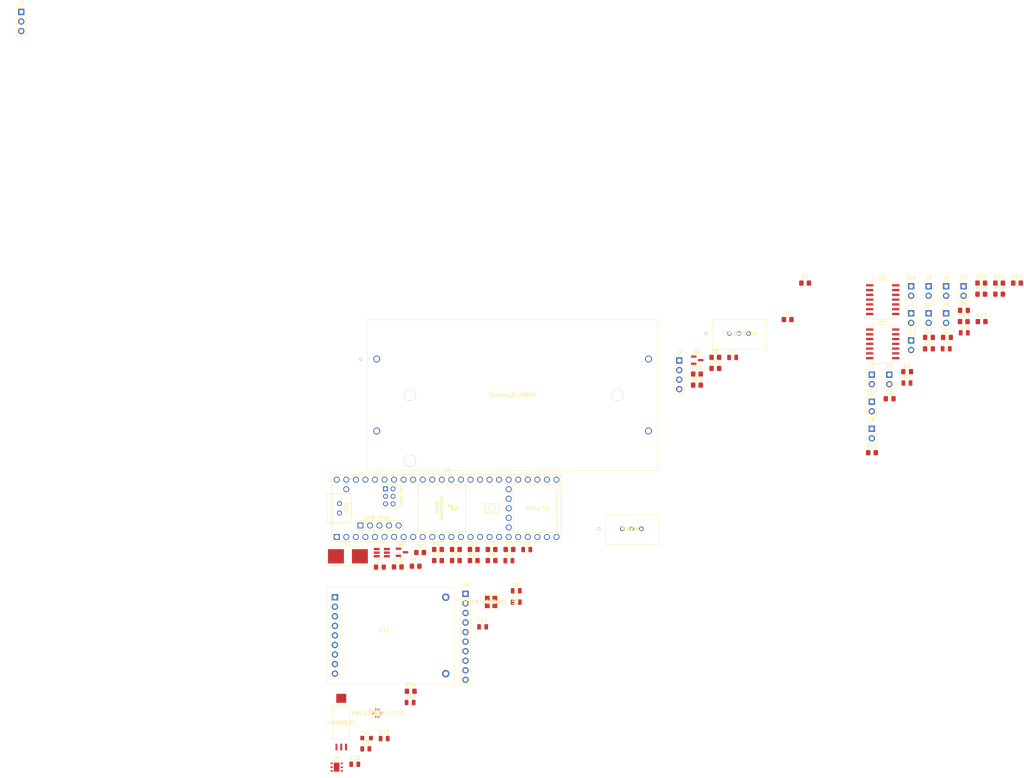
<source format=kicad_pcb>
(kicad_pcb (version 20211014) (generator pcbnew)
  (layers (0 "F.Cu" signal) (31 "B.Cu" signal) (34 "B.Paste" user) (35 "F.Paste" user) (36 "B.SilkS" user "B.Silkscreen") (37 "F.SilkS" user "F.Silkscreen") (38 "B.Mask" user) (39 "F.Mask" user) (44 "Edge.Cuts" user))
  (property "Res_I2C" "2k2")
  (property "Res_Mes-5V" "10k")
  (net 0 "")
  (net 1 "GND")
  (net 8 "Buzzer")
  (net 9 "TX_LORA")
  (net 10 "RX_LORA")
  (net 11 "LED3")
  (net 12 "AUX_LORA")
  (net 13 "M1_LORA")
  (net 14 "M0_LORA")
  (net 15 "+3V3")
  (net 16 "SCL2")
  (net 17 "SDA2")
  (net 18 "Mes_-5V")
  (net 20 "TX_GPS")
  (net 21 "RX_GPS")
  (net 23 "AlimNeg")
  (net 24 "LED2")
  (net 31 "SigLED1")
  (net 32 "VbattTeensy")
  (net 33 "HMD")
  (net 35 "Photo_1")
  (net 36 "Photo_2")
  (net 37 "SCL")
  (net 38 "SDA")
  (net 39 "SDA1")
  (net 40 "SCL1")
  (net 41 "Photo_3")
  (net 42 "Photo_4")
  (net 43 "Photo_5")
  (net 44 "Photo_6")
  (net 45 "+5V")
  (net 60 "Net-(J7-Pad1)")
  (net 61 "Net-(U5-Pad13)")
  (net 62 "-5V")
  (net 63 "Net-(J14-Pad1)")
  (net 64 "Net-(J8-Pad1)")
  (net 65 "Net-(J13-Pad1)")
  (net 66 "Net-(J10-Pad1)")
  (net 67 "GNDA")
  (net 68 "Vin")
  (net 69 "Vbatt")
  (net 70 "Net-(J1-PadNO)")
  (net 71 "Net-(D1-Pad2)")
  (net 72 "LED1")
  (net 73 "Net-(Q2-Pad3)")
  (net 74 "Net-(J9-Pad1)")
  (net 75 "Net-(C1-Pad2)")
  (net 76 "Net-(C1-Pad1)")
  (net 77 "Net-(BZ1-Pad2)")
  (net 78 "Net-(C12-Pad1)")
  (net 79 "Net-(F1-Pad1)")
  (net 80 "Net-(D2-Pad1)")
  (net 81 "Net-(D2-Pad2)")
  (net 82 "Net-(D3-Pad1)")
  (net 83 "Net-(D3-Pad2)")
  (net 84 "Net-(D4-Pad1)")
  (net 85 "Net-(D4-Pad2)")
  (net 86 "Net-(D5-Pad1)")
  (net 87 "Net-(D5-Pad2)")
  (net 88 "Net-(D6-Pad1)")
  (net 89 "Net-(D6-Pad2)")
  (net 90 "Net-(D7-Pad1)")
  (net 91 "Net-(D7-Pad2)")
  (net 92 "INT")
  (net 95 "Net-(C10-Pad1)")
  (net 99 "EN_GPS")
  (net 103 "Net-(U1-Pad2)")
  (net 106 "DRDY")
  (footprint "Capacitor_SMD:C_0805_2012Metric" (layer "F.Cu") (at 351.285 262.565)
    (fp_text reference "C11" (at 0 -1.68) (layer "F.SilkS"))
    (fp_text value "100nF")
    (pad "1" smd roundrect locked (at -0.95 0) (size 1 1.45) (layers "F.Cu" "F.Paste" "F.Mask") (net 15 "+3V3"))
    (pad "2" smd roundrect locked (at 0.95 0) (size 1 1.45) (layers "F.Cu" "F.Paste" "F.Mask") (net 67 "GNDA"))
  )
  (footprint "Resistor_SMD:R_0805_2012Metric_Pad1.20x1.40mm_HandSolder" (layer "F.Cu") (at 483.975 181.395)
    (fp_text reference "R27" (at 0 -1.65) (layer "F.SilkS"))
    (fp_text value "${Res_Mes-5V}")
    (pad "1" smd roundrect locked (at -1 0) (size 1.2 1.4) (layers "F.Cu" "F.Paste" "F.Mask") (roundrect_rratio 0.208333) (net 18 "Mes_-5V"))
    (pad "2" smd roundrect locked (at 1 0) (size 1.2 1.4) (layers "F.Cu" "F.Paste" "F.Mask") (roundrect_rratio 0.208333) (net 61 "Net-(U5-Pad13)"))
  )
  (footprint "Capacitor_SMD:C_0805_2012Metric" (layer "F.Cu") (at 332.005 282.675)
    (fp_text reference "C13" (at 0 -1.68) (layer "F.SilkS"))
    (fp_text value "100nF")
    (pad "1" smd roundrect locked (at -0.95 0) (size 1 1.45) (layers "F.Cu" "F.Paste" "F.Mask") (net 15 "+3V3"))
    (pad "2" smd roundrect locked (at 0.95 0) (size 1 1.45) (layers "F.Cu" "F.Paste" "F.Mask") (net 1 "GND"))
  )
  (footprint "Capacitor_SMD:C_0805_2012Metric" (layer "F.Cu") (at 360.225 255.985)
    (fp_text reference "C7" (at 0 -1.68) (layer "F.SilkS"))
    (fp_text value "100nF")
    (pad "1" smd roundrect locked (at -0.95 0) (size 1 1.45) (layers "F.Cu" "F.Paste" "F.Mask") (net 15 "+3V3"))
    (pad "2" smd roundrect locked (at 0.95 0) (size 1 1.45) (layers "F.Cu" "F.Paste" "F.Mask") (net 1 "GND"))
  )
  (footprint "Resistor_SMD:R_0805_2012Metric_Pad1.20x1.40mm_HandSolder" (layer "F.Cu") (at 328.715 246.635)
    (fp_text reference "R15" (at 0 -1.65) (layer "F.SilkS"))
    (fp_text value "4k7")
    (pad "1" smd roundrect locked (at -1 0) (size 1.2 1.4) (layers "F.Cu" "F.Paste" "F.Mask") (roundrect_rratio 0.208333) (net 45 "+5V"))
    (pad "2" smd roundrect locked (at 1 0) (size 1.2 1.4) (layers "F.Cu" "F.Paste" "F.Mask") (roundrect_rratio 0.208333) (net 12 "AUX_LORA"))
  )
  (footprint "Resistor_SMD:R_0805_2012Metric_Pad1.20x1.40mm_HandSolder" (layer "F.Cu") (at 408.275 198.295)
    (fp_text reference "R13" (at 0 -1.65) (layer "F.SilkS"))
    (fp_text value "330")
    (pad "1" smd roundrect locked (at -1 0) (size 1.2 1.4) (layers "F.Cu" "F.Paste" "F.Mask") (roundrect_rratio 0.208333) (net 45 "+5V"))
    (pad "2" smd roundrect locked (at 1 0) (size 1.2 1.4) (layers "F.Cu" "F.Paste" "F.Mask") (roundrect_rratio 0.208333) (net 71 "Net-(D1-Pad2)"))
  )
  (footprint "Resistor_SMD:R_0805_2012Metric_Pad1.20x1.40mm_HandSolder" (layer "F.Cu") (at 358.415 241.985)
    (fp_text reference "R6" (at 0 -1.65) (layer "F.SilkS"))
    (fp_text value "220k")
    (pad "1" smd roundrect locked (at -1 0) (size 1.2 1.4) (layers "F.Cu" "F.Paste" "F.Mask") (roundrect_rratio 0.208333) (net 68 "Vin"))
    (pad "2" smd roundrect locked (at 1 0) (size 1.2 1.4) (layers "F.Cu" "F.Paste" "F.Mask") (roundrect_rratio 0.208333) (net 69 "Vbatt"))
  )
  (footprint "Capacitor_SMD:C_0805_2012Metric" (layer "F.Cu") (at 479.355 184.375)
    (fp_text reference "C6" (at 0 -1.68) (layer "F.SilkS"))
    (fp_text value "100nF")
    (pad "1" smd roundrect locked (at -0.95 0) (size 1 1.45) (layers "F.Cu" "F.Paste" "F.Mask") (net 45 "+5V"))
    (pad "2" smd roundrect locked (at 0.95 0) (size 1 1.45) (layers "F.Cu" "F.Paste" "F.Mask") (net 62 "-5V"))
  )
  (footprint "Connector_PinHeader_2.54mm:PinHeader_1x04_P2.54mm_Vertical" (layer "F.Cu") (at 403.575 191.745)
    (fp_text reference "J2" (at 0 -2.33) (layer "F.SilkS"))
    (fp_text value "Conn_01x04_Male")
    (pad "1" thru_hole rect locked (at 0 0) (size 1.7 1.7) (drill 1) (layers *.Cu *.Mask) (net 72 "LED1"))
    (pad "2" thru_hole oval locked (at 0 2.54) (size 1.7 1.7) (drill 1) (layers *.Cu *.Mask) (net 24 "LED2"))
    (pad "3" thru_hole oval locked (at 0 5.08) (size 1.7 1.7) (drill 1) (layers *.Cu *.Mask) (net 11 "LED3"))
    (pad "4" thru_hole oval locked (at 0 7.62) (size 1.7 1.7) (drill 1) (layers *.Cu *.Mask) (net 15 "+3V3"))
  )
  (footprint "CanSat:BM1422AGMV-ZE2" (layer "F.Cu") (at 323.2517 285.5017)
    (fp_text reference "U7" (at 0 0) (layer "F.SilkS"))
    (fp_text value "BM1422AGMV-ZE2" (at 0 0) (layer "F.SilkS"))
    (fp_text user "*" (at -1.9431 -0.4572) (layer "F.SilkS"))
    (fp_text user "*" (at -1.9431 -0.4572) (layer "F.SilkS"))
    (pad "1" smd rect (at -0.9906 -0.2286 90) (size 0.1778 0.635) (layers "F.Cu" "F.Paste" "F.Mask") (net 15 "+3V3"))
    (pad "2" smd rect (at -0.9906 0.2286 90) (size 0.1778 0.635) (layers "F.Cu" "F.Paste" "F.Mask") (net 1 "GND"))
    (pad "3" smd rect (at -0.4572 0.9906) (size 0.1778 0.635) (layers "F.Cu" "F.Paste" "F.Mask") (net 95 "Net-(C10-Pad1)"))
    (pad "4" smd rect (at 0 0.9906) (size 0.1778 0.635) (layers "F.Cu" "F.Paste" "F.Mask"))
    (pad "5" smd rect (at 0.4572 0.9906) (size 0.1778 0.635) (layers "F.Cu" "F.Paste" "F.Mask") (net 39 "SDA1"))
    (pad "6" smd rect (at 0.9906 0.2286 90) (size 0.1778 0.635) (layers "F.Cu" "F.Paste" "F.Mask"))
    (pad "7" smd rect (at 0.9906 -0.2286 90) (size 0.1778 0.635) (layers "F.Cu" "F.Paste" "F.Mask") (net 40 "SCL1"))
    (pad "8" smd rect (at 0.4572 -0.9906) (size 0.1778 0.635) (layers "F.Cu" "F.Paste" "F.Mask") (net 106 "DRDY"))
    (pad "9" smd rect (at 0 -0.9906) (size 0.1778 0.635) (layers "F.Cu" "F.Paste" "F.Mask") (net 15 "+3V3"))
    (pad "10" smd rect (at -0.4572 -0.9906) (size 0.1778 0.635) (layers "F.Cu" "F.Paste" "F.Mask") (net 15 "+3V3"))
  )
  (footprint "Resistor_SMD:R_0805_2012Metric_Pad1.20x1.40mm_HandSolder" (layer "F.Cu") (at 344.165 244.935)
    (fp_text reference "R10" (at 0 -1.65) (layer "F.SilkS"))
    (fp_text value "100k")
    (pad "1" smd roundrect locked (at -1 0) (size 1.2 1.4) (layers "F.Cu" "F.Paste" "F.Mask") (roundrect_rratio 0.208333) (net 70 "Net-(J1-PadNO)"))
    (pad "2" smd roundrect locked (at 1 0) (size 1.2 1.4) (layers "F.Cu" "F.Paste" "F.Mask") (roundrect_rratio 0.208333) (net 67 "GNDA"))
  )
  (footprint "Capacitor_SMD:C_0805_2012Metric" (layer "F.Cu") (at 417.765 190.925)
    (fp_text reference "C1" (at 0 -1.68) (layer "F.SilkS"))
    (fp_text value "1uF")
    (pad "1" smd roundrect locked (at -0.95 0) (size 1 1.45) (layers "F.Cu" "F.Paste" "F.Mask") (net 76 "Net-(C1-Pad1)"))
    (pad "2" smd roundrect locked (at 0.95 0) (size 1 1.45) (layers "F.Cu" "F.Paste" "F.Mask") (net 75 "Net-(C1-Pad2)"))
  )
  (footprint "Capacitor_SMD:C_0805_2012Metric" (layer "F.Cu") (at 358.265 244.965)
    (fp_text reference "C3" (at 0 -1.68) (layer "F.SilkS"))
    (fp_text value "1uF")
    (pad "1" smd roundrect locked (at -0.95 0) (size 1 1.45) (layers "F.Cu" "F.Paste" "F.Mask") (net 62 "-5V"))
    (pad "2" smd roundrect locked (at 0.95 0) (size 1 1.45) (layers "F.Cu" "F.Paste" "F.Mask") (net 1 "GND"))
  )
  (footprint "Package_TO_SOT_SMD:SOT-23" (layer "F.Cu") (at 329.845 242.735)
    (fp_text reference "Q2" (at 0 -2.4) (layer "F.SilkS"))
    (fp_text value "Q_NMOS_GSD")
    (pad "1" smd roundrect locked (at -0.9375 -0.95) (size 1.475 0.6) (layers "F.Cu" "F.Paste" "F.Mask") (net 31 "SigLED1"))
    (pad "2" smd roundrect locked (at -0.9375 0.95) (size 1.475 0.6) (layers "F.Cu" "F.Paste" "F.Mask") (net 1 "GND"))
    (pad "3" smd roundrect locked (at 0.9375 0) (size 1.475 0.6) (layers "F.Cu" "F.Paste" "F.Mask") (net 73 "Net-(Q2-Pad3)"))
  )
  (footprint "Resistor_SMD:R_0805_2012Metric_Pad1.20x1.40mm_HandSolder" (layer "F.Cu") (at 488.625 174.105)
    (fp_text reference "R18" (at 0 -1.65) (layer "F.SilkS"))
    (fp_text value "28k")
    (pad "1" smd roundrect locked (at -1 0) (size 1.2 1.4) (layers "F.Cu" "F.Paste" "F.Mask") (roundrect_rratio 0.208333) (net 60 "Net-(J7-Pad1)"))
    (pad "2" smd roundrect locked (at 1 0) (size 1.2 1.4) (layers "F.Cu" "F.Paste" "F.Mask") (roundrect_rratio 0.208333) (net 35 "Photo_1"))
  )
  (footprint "CanSat:GPS_MTK3339" (layer "F.Cu") (at 325.1192 264.847)
    (fp_text reference "U11" (at 0 -1.3476 unlocked) (layer "F.SilkS"))
    (fp_text value "GPS_MTK3339")
    (pad "" np_thru_hole circle (at 16.36 10.16) (size 2 2) (drill 1.14) (layers F&B.Cu *.Mask))
    (pad "" np_thru_hole circle (at 16.36 -10.16) (size 2 2) (drill 1.14) (layers F&B.Cu *.Mask))
    (pad "1" thru_hole rect (at -13.1064 -10.16) (size 1.7 1.7) (drill 1) (layers *.Cu *.Mask))
    (pad "2" thru_hole oval (at -13.1064 -7.62) (size 1.7 1.7) (drill 1) (layers *.Cu *.Mask) (net 99 "EN_GPS"))
    (pad "3" thru_hole oval (at -13.1064 -5.08) (size 1.7 1.7) (drill 1) (layers *.Cu *.Mask))
    (pad "4" thru_hole oval (at -13.1064 -2.54) (size 1.7 1.7) (drill 1) (layers *.Cu *.Mask))
    (pad "5" thru_hole oval (at -13.1064 0) (size 1.7 1.7) (drill 1) (layers *.Cu *.Mask) (net 21 "RX_GPS"))
    (pad "6" thru_hole oval (at -13.1064 2.54) (size 1.7 1.7) (drill 1) (layers *.Cu *.Mask) (net 20 "TX_GPS"))
    (pad "7" thru_hole oval (at -13.1064 5.08) (size 1.7 1.7) (drill 1) (layers *.Cu *.Mask) (net 67 "GNDA"))
    (pad "8" thru_hole oval (at -13.1064 7.62) (size 1.7 1.7) (drill 1) (layers *.Cu *.Mask) (net 78 "Net-(C12-Pad1)"))
    (pad "9" thru_hole oval (at -13.1064 10.16) (size 1.7 1.7) (drill 1) (layers *.Cu *.Mask))
  )
  (footprint "Capacitor_SMD:C_0805_2012Metric" (layer "F.Cu") (at 360.225 252.975)
    (fp_text reference "C8" (at 0 -1.68) (layer "F.SilkS"))
    (fp_text value "1uF")
    (pad "1" smd roundrect locked (at -0.95 0) (size 1 1.45) (layers "F.Cu" "F.Paste" "F.Mask") (net 15 "+3V3"))
    (pad "2" smd roundrect locked (at 0.95 0) (size 1 1.45) (layers "F.Cu" "F.Paste" "F.Mask") (net 1 "GND"))
  )
  (footprint "Resistor_SMD:R_0805_2012Metric_Pad1.20x1.40mm_HandSolder" (layer "F.Cu") (at 432.405 180.855)
    (fp_text reference "R5" (at 0 -1.65) (layer "F.SilkS"))
    (fp_text value "${Res_I2C}")
    (pad "1" smd roundrect locked (at -1 0) (size 1.2 1.4) (layers "F.Cu" "F.Paste" "F.Mask") (roundrect_rratio 0.208333) (net 15 "+3V3"))
    (pad "2" smd roundrect locked (at 1 0) (size 1.2 1.4) (layers "F.Cu" "F.Paste" "F.Mask") (roundrect_rratio 0.208333) (net 40 "SCL1"))
  )
  (footprint "Resistor_SMD:R_0805_2012Metric_Pad1.20x1.40mm_HandSolder" (layer "F.Cu") (at 353.665 244.935)
    (fp_text reference "R9" (at 0 -1.65) (layer "F.SilkS"))
    (fp_text value "${Res_I2C}")
    (pad "1" smd roundrect locked (at -1 0) (size 1.2 1.4) (layers "F.Cu" "F.Paste" "F.Mask") (roundrect_rratio 0.208333) (net 15 "+3V3"))
    (pad "2" smd roundrect locked (at 1 0) (size 1.2 1.4) (layers "F.Cu" "F.Paste" "F.Mask") (roundrect_rratio 0.208333) (net 37 "SCL"))
  )
  (footprint "Connector_PinHeader_2.54mm:PinHeader_1x02_P2.54mm_Vertical" (layer "F.Cu") (at 454.775 195.505)
    (fp_text reference "J7" (at 0 -2.33) (layer "F.SilkS"))
    (fp_text value "Conn_01x02_Male")
    (pad "1" thru_hole rect locked (at 0 0) (size 1.7 1.7) (drill 1) (layers *.Cu *.Mask) (net 60 "Net-(J7-Pad1)"))
    (pad "2" thru_hole oval locked (at 0 2.54) (size 1.7 1.7) (drill 1) (layers *.Cu *.Mask) (net 62 "-5V"))
  )
  (footprint "Diode_SMD:D_0805_2012Metric_Pad1.15x1.40mm_HandSolder" (layer "F.Cu") (at 469.97 188.64)
    (fp_text reference "D3" (at 0 -1.65) (layer "F.SilkS"))
    (fp_text value "154080")
    (pad "1" smd roundrect locked (at -1.025 0) (size 1.15 1.4) (layers "F.Cu" "F.Paste" "F.Mask") (roundrect_rratio 0.217391) (net 82 "Net-(D3-Pad1)"))
    (pad "2" smd roundrect locked (at 1.025 0) (size 1.15 1.4) (layers "F.Cu" "F.Paste" "F.Mask") (roundrect_rratio 0.217391) (net 83 "Net-(D3-Pad2)"))
  )
  (footprint "Resistor_SMD:R_0805_2012Metric_Pad1.20x1.40mm_HandSolder" (layer "F.Cu") (at 339.415 244.935)
    (fp_text reference "R12" (at 0 -1.65) (layer "F.SilkS"))
    (fp_text value "1M")
    (pad "1" smd roundrect locked (at -1 0) (size 1.2 1.4) (layers "F.Cu" "F.Paste" "F.Mask") (roundrect_rratio 0.208333) (net 15 "+3V3"))
    (pad "2" smd roundrect locked (at 1 0) (size 1.2 1.4) (layers "F.Cu" "F.Paste" "F.Mask") (roundrect_rratio 0.208333) (net 31 "SigLED1"))
  )
  (footprint "CanSat:MS583702BA01-50" (layer "F.Cu") (at 353.531 255.941)
    (fp_text reference "U6" (at 0 0) (layer "F.SilkS"))
    (fp_text value "MS583702BA01-50" (at 0 0) (layer "F.SilkS"))
    (fp_text user "*" (at 0 0) (layer "F.SilkS"))
    (pad "1" smd rect (at -1.000001 -1.000001) (size 1.2954 1.2954) (layers "F.Cu" "F.Paste" "F.Mask") (net 15 "+3V3"))
    (pad "2" smd rect (at -1.000001 1.000001) (size 1.2954 1.2954) (layers "F.Cu" "F.Paste" "F.Mask") (net 1 "GND"))
    (pad "3" smd rect (at 1.000001 1.000001) (size 1.2954 1.2954) (layers "F.Cu" "F.Paste" "F.Mask") (net 16 "SCL2"))
    (pad "4" smd rect (at 1.000001 -1.000001) (size 1.2954 1.2954) (layers "F.Cu" "F.Paste" "F.Mask") (net 17 "SDA2"))
  )
  (footprint "Connector_PinHeader_2.54mm:PinHeader_1x02_P2.54mm_Vertical" (layer "F.Cu") (at 465.225 186.405)
    (fp_text reference "J13" (at 0 -2.33) (layer "F.SilkS"))
    (fp_text value "Conn_01x02_Male")
    (pad "1" thru_hole rect locked (at 0 0) (size 1.7 1.7) (drill 1) (layers *.Cu *.Mask) (net 65 "Net-(J13-Pad1)"))
    (pad "2" thru_hole oval locked (at 0 2.54) (size 1.7 1.7) (drill 1) (layers *.Cu *.Mask) (net 62 "-5V"))
  )
  (footprint "Inductor_SMD:L_0805_2012Metric_Pad1.05x1.20mm_HandSolder" (layer "F.Cu") (at 320.435 292.135)
    (fp_text reference "L1" (at 0 -1.55) (layer "F.SilkS"))
    (fp_text value "20uH")
    (pad "1" smd roundrect locked (at -1.15 0) (size 1.05 1.2) (layers "F.Cu" "F.Paste" "F.Mask") (roundrect_rratio 0.238095) (net 78 "Net-(C12-Pad1)"))
    (pad "2" smd roundrect locked (at 1.15 0) (size 1.05 1.2) (layers "F.Cu" "F.Paste" "F.Mask") (roundrect_rratio 0.238095) (net 15 "+3V3"))
  )
  (footprint "Resistor_SMD:R_0805_2012Metric_Pad1.20x1.40mm_HandSolder" (layer "F.Cu") (at 333.465 246.435)
    (fp_text reference "R11" (at 0 -1.65) (layer "F.SilkS"))
    (fp_text value "1M")
    (pad "1" smd roundrect locked (at -1 0) (size 1.2 1.4) (layers "F.Cu" "F.Paste" "F.Mask") (roundrect_rratio 0.208333) (net 15 "+3V3"))
    (pad "2" smd roundrect locked (at 1 0) (size 1.2 1.4) (layers "F.Cu" "F.Paste" "F.Mask") (roundrect_rratio 0.208333) (net 8 "Buzzer"))
  )
  (footprint "Diode_SMD:D_0805_2012Metric_Pad1.15x1.40mm_HandSolder" (layer "F.Cu") (at 459.52 201.9)
    (fp_text reference "D6" (at 0 -1.65) (layer "F.SilkS"))
    (fp_text value "154080")
    (pad "1" smd roundrect locked (at -1.025 0) (size 1.15 1.4) (layers "F.Cu" "F.Paste" "F.Mask") (roundrect_rratio 0.217391) (net 88 "Net-(D6-Pad1)"))
    (pad "2" smd roundrect locked (at 1.025 0) (size 1.15 1.4) (layers "F.Cu" "F.Paste" "F.Mask") (roundrect_rratio 0.217391) (net 89 "Net-(D6-Pad2)"))
  )
  (footprint "Package_SO:SO-14_5.3x10.2mm_P1.27mm" (layer "F.Cu") (at 457.675 175.555)
    (fp_text reference "U5" (at 0 -6.05) (layer "F.SilkS"))
    (fp_text value "TLV2374")
    (pad "1" smd roundrect locked (at -3.4625 -3.81) (size 1.975 0.6) (layers "F.Cu" "F.Paste" "F.Mask") (net 36 "Photo_2"))
    (pad "2" smd roundrect locked (at -3.4625 -2.54) (size 1.975 0.6) (layers "F.Cu" "F.Paste" "F.Mask") (net 63 "Net-(J14-Pad1)"))
    (pad "3" smd roundrect locked (at -3.4625 -1.27) (size 1.975 0.6) (layers "F.Cu" "F.Paste" "F.Mask") (net 67 "GNDA"))
    (pad "4" smd roundrect locked (at -3.4625 0) (size 1.975 0.6) (layers "F.Cu" "F.Paste" "F.Mask") (net 45 "+5V"))
    (pad "5" smd roundrect locked (at -3.4625 1.27) (size 1.975 0.6) (layers "F.Cu" "F.Paste" "F.Mask") (net 67 "GNDA"))
    (pad "6" smd roundrect locked (at -3.4625 2.54) (size 1.975 0.6) (layers "F.Cu" "F.Paste" "F.Mask") (net 65 "Net-(J13-Pad1)"))
    (pad "7" smd roundrect locked (at -3.4625 3.81) (size 1.975 0.6) (layers "F.Cu" "F.Paste" "F.Mask") (net 42 "Photo_4"))
    (pad "8" smd roundrect locked (at 3.4625 3.81) (size 1.975 0.6) (layers "F.Cu" "F.Paste" "F.Mask") (net 32 "VbattTeensy"))
    (pad "9" smd roundrect locked (at 3.4625 2.54) (size 1.975 0.6) (layers "F.Cu" "F.Paste" "F.Mask") (net 32 "VbattTeensy"))
    (pad "10" smd roundrect locked (at 3.4625 1.27) (size 1.975 0.6) (layers "F.Cu" "F.Paste" "F.Mask") (net 69 "Vbatt"))
    (pad "11" smd roundrect locked (at 3.4625 0) (size 1.975 0.6) (layers "F.Cu" "F.Paste" "F.Mask") (net 62 "-5V"))
    (pad "12" smd roundrect locked (at 3.4625 -1.27) (size 1.975 0.6) (layers "F.Cu" "F.Paste" "F.Mask") (net 67 "GNDA"))
    (pad "13" smd roundrect locked (at 3.4625 -2.54) (size 1.975 0.6) (layers "F.Cu" "F.Paste" "F.Mask") (net 61 "Net-(U5-Pad13)"))
    (pad "14" smd roundrect locked (at 3.4625 -3.81) (size 1.975 0.6) (layers "F.Cu" "F.Paste" "F.Mask") (net 18 "Mes_-5V"))
  )
  (footprint "Teensy:Teensy41" (layer "F.Cu") (at 341.705 231.045)
    (fp_text reference "U3" (at 0 -10.16) (layer "F.SilkS"))
    (fp_text value "Teensy4.1")
    (fp_text user "USB Host" (at -18.4658 2.4892) (layer "F.SilkS"))
    (fp_text user "USB" (at -26.67 0 270) (layer "F.SilkS"))
    (fp_text user "MIMXRT1062" (at -1.27 0 -90) (layer "F.SilkS") (effects (font (size 0.7 0.7))))
    (fp_text user "Ethernet" (at -12.065 -3.2766 90) (layer "F.SilkS"))
    (fp_text user "DVJ6A" (at -2.54 -0.18 -90) (layer "F.SilkS") (effects (font (size 0.7 0.7))))
    (fp_text user "Micro SD" (at 24.13 0) (layer "F.SilkS"))
    (pad "1" thru_hole rect (at -29.21 7.62) (size 1.6 1.6) (drill 1.1) (layers *.Cu *.Mask) (net 1 "GND"))
    (pad "2" thru_hole circle (at -26.67 7.62) (size 1.6 1.6) (drill 1.1) (layers *.Cu *.Mask))
    (pad "3" thru_hole circle (at -24.13 7.62) (size 1.6 1.6) (drill 1.1) (layers *.Cu *.Mask))
    (pad "4" thru_hole circle (at -21.59 7.62) (size 1.6 1.6) (drill 1.1) (layers *.Cu *.Mask))
    (pad "5" thru_hole circle (at -19.05 7.62) (size 1.6 1.6) (drill 1.1) (layers *.Cu *.Mask))
    (pad "6" thru_hole circle (at -16.51 7.62) (size 1.6 1.6) (drill 1.1) (layers *.Cu *.Mask))
    (pad "7" thru_hole circle (at -13.97 7.62) (size 1.6 1.6) (drill 1.1) (layers *.Cu *.Mask))
    (pad "8" thru_hole circle (at -11.43 7.62) (size 1.6 1.6) (drill 1.1) (layers *.Cu *.Mask) (net 8 "Buzzer"))
    (pad "9" thru_hole circle (at -8.89 7.62) (size 1.6 1.6) (drill 1.1) (layers *.Cu *.Mask) (net 9 "TX_LORA"))
    (pad "10" thru_hole circle (at -6.35 7.62) (size 1.6 1.6) (drill 1.1) (layers *.Cu *.Mask) (net 10 "RX_LORA"))
    (pad "11" thru_hole circle (at -3.81 7.62) (size 1.6 1.6) (drill 1.1) (layers *.Cu *.Mask) (net 11 "LED3"))
    (pad "12" thru_hole circle (at -1.27 7.62) (size 1.6 1.6) (drill 1.1) (layers *.Cu *.Mask) (net 12 "AUX_LORA"))
    (pad "13" thru_hole circle (at 1.27 7.62) (size 1.6 1.6) (drill 1.1) (layers *.Cu *.Mask) (net 13 "M1_LORA"))
    (pad "14" thru_hole circle (at 3.81 7.62) (size 1.6 1.6) (drill 1.1) (layers *.Cu *.Mask) (net 14 "M0_LORA"))
    (pad "15" thru_hole circle (at 6.35 7.62) (size 1.6 1.6) (drill 1.1) (layers *.Cu *.Mask) (net 15 "+3V3"))
    (pad "16" thru_hole circle (at 8.89 7.62) (size 1.6 1.6) (drill 1.1) (layers *.Cu *.Mask) (net 16 "SCL2"))
    (pad "17" thru_hole circle (at 11.43 7.62) (size 1.6 1.6) (drill 1.1) (layers *.Cu *.Mask) (net 17 "SDA2"))
    (pad "18" thru_hole circle (at 13.97 7.62) (size 1.6 1.6) (drill 1.1) (layers *.Cu *.Mask) (net 18 "Mes_-5V"))
    (pad "19" thru_hole circle (at 16.51 7.62) (size 1.6 1.6) (drill 1.1) (layers *.Cu *.Mask))
    (pad "20" thru_hole circle (at 19.05 7.62) (size 1.6 1.6) (drill 1.1) (layers *.Cu *.Mask) (net 20 "TX_GPS"))
    (pad "21" thru_hole circle (at 21.59 7.62) (size 1.6 1.6) (drill 1.1) (layers *.Cu *.Mask) (net 21 "RX_GPS"))
    (pad "22" thru_hole circle (at 24.13 7.62) (size 1.6 1.6) (drill 1.1) (layers *.Cu *.Mask))
    (pad "23" thru_hole circle (at 26.67 7.62) (size 1.6 1.6) (drill 1.1) (layers *.Cu *.Mask) (net 23 "AlimNeg"))
    (pad "24" thru_hole circle (at 29.21 7.62) (size 1.6 1.6) (drill 1.1) (layers *.Cu *.Mask) (net 24 "LED2"))
    (pad "25" thru_hole circle (at 29.21 -7.62) (size 1.6 1.6) (drill 1.1) (layers *.Cu *.Mask))
    (pad "26" thru_hole circle (at 26.67 -7.62) (size 1.6 1.6) (drill 1.1) (layers *.Cu *.Mask))
    (pad "27" thru_hole circle (at 24.13 -7.62) (size 1.6 1.6) (drill 1.1) (layers *.Cu *.Mask))
    (pad "28" thru_hole circle (at 21.59 -7.62) (size 1.6 1.6) (drill 1.1) (layers *.Cu *.Mask))
    (pad "29" thru_hole circle (at 19.05 -7.62) (size 1.6 1.6) (drill 1.1) (layers *.Cu *.Mask))
    (pad "30" thru_hole circle (at 16.51 -7.62) (size 1.6 1.6) (drill 1.1) (layers *.Cu *.Mask))
    (pad "31" thru_hole circle (at 13.97 -7.62) (size 1.6 1.6) (drill 1.1) (layers *.Cu *.Mask) (net 31 "SigLED1"))
    (pad "32" thru_hole circle (at 11.43 -7.62) (size 1.6 1.6) (drill 1.1) (layers *.Cu *.Mask) (net 32 "VbattTeensy"))
    (pad "33" thru_hole circle (at 8.89 -7.62) (size 1.6 1.6) (drill 1.1) (layers *.Cu *.Mask) (net 33 "HMD"))
    (pad "34" thru_hole circle (at 6.35 -7.62) (size 1.6 1.6) (drill 1.1) (layers *.Cu *.Mask) (net 1 "GND"))
    (pad "35" thru_hole circle (at 3.81 -7.62) (size 1.6 1.6) (drill 1.1) (layers *.Cu *.Mask))
    (pad "36" thru_hole circle (at 1.27 -7.62) (size 1.6 1.6) (drill 1.1) (layers *.Cu *.Mask) (net 35 "Photo_1"))
    (pad "37" thru_hole circle (at -1.27 -7.62) (size 1.6 1.6) (drill 1.1) (layers *.Cu *.Mask) (net 36 "Photo_2"))
    (pad "38" thru_hole circle (at -3.81 -7.62) (size 1.6 1.6) (drill 1.1) (layers *.Cu *.Mask) (net 37 "SCL"))
    (pad "39" thru_hole circle (at -6.35 -7.62) (size 1.6 1.6) (drill 1.1) (layers *.Cu *.Mask) (net 38 "SDA"))
    (pad "40" thru_hole circle (at -8.89 -7.62) (size 1.6 1.6) (drill 1.1) (layers *.Cu *.Mask) (net 39 "SDA1"))
    (pad "41" thru_hole circle (at -11.43 -7.62) (size 1.6 1.6) (drill 1.1) (layers *.Cu *.Mask) (net 40 "SCL1"))
    (pad "42" thru_hole circle (at -13.97 -7.62) (size 1.6 1.6) (drill 1.1) (layers *.Cu *.Mask) (net 41 "Photo_3"))
    (pad "43" thru_hole circle (at -16.51 -7.62) (size 1.6 1.6) (drill 1.1) (layers *.Cu *.Mask) (net 42 "Photo_4"))
    (pad "44" thru_hole circle (at -19.05 -7.62) (size 1.6 1.6) (drill 1.1) (layers *.Cu *.Mask) (net 43 "Photo_5"))
    (pad "45" thru_hole circle (at -21.59 -7.62) (size 1.6 1.6) (drill 1.1) (layers *.Cu *.Mask) (net 44 "Photo_6"))
    (pad "46" thru_hole circle (at -24.13 -7.62) (size 1.6 1.6) (drill 1.1) (layers *.Cu *.Mask) (net 15 "+3V3"))
    (pad "47" thru_hole circle (at -26.67 -7.62) (size 1.6 1.6) (drill 1.1) (layers *.Cu *.Mask) (net 1 "GND"))
    (pad "48" thru_hole circle (at -29.21 -7.62) (size 1.6 1.6) (drill 1.1) (layers *.Cu *.Mask) (net 45 "+5V"))
    (pad "49" thru_hole circle (at -26.67 -5.08) (size 1.6 1.6) (drill 1.1) (layers *.Cu *.Mask))
    (pad "50" thru_hole circle (at 16.51 5.08) (size 1.6 1.6) (drill 1.1) (layers *.Cu *.Mask))
    (pad "51" thru_hole circle (at 16.51 2.54) (size 1.6 1.6) (drill 1.1) (layers *.Cu *.Mask) (net 15 "+3V3"))
    (pad "52" thru_hole circle (at 16.51 0) (size 1.6 1.6) (drill 1.1) (layers *.Cu *.Mask) (net 1 "GND"))
    (pad "53" thru_hole circle (at 16.51 -2.54) (size 1.6 1.6) (drill 1.1) (layers *.Cu *.Mask))
    (pad "54" thru_hole circle (at 16.51 -5.08) (size 1.6 1.6) (drill 1.1) (layers *.Cu *.Mask))
    (pad "55" thru_hole rect (at -22.9108 4.5692) (size 1.6 1.6) (drill 1.1) (layers *.Cu *.Mask))
    (pad "56" thru_hole circle (at -20.3708 4.5692) (size 1.6 1.6) (drill 1.1) (layers *.Cu *.Mask))
    (pad "57" thru_hole circle (at -17.8308 4.5692) (size 1.6 1.6) (drill 1.1) (layers *.Cu *.Mask))
    (pad "58" thru_hole circle (at -15.2908 4.5692) (size 1.6 1.6) (drill 1.1) (layers *.Cu *.Mask) (net 1 "GND"))
    (pad "59" thru_hole circle (at -12.7508 4.5692) (size 1.6 1.6) (drill 1.1) (layers *.Cu *.Mask) (net 1 "GND"))
    (pad "60" thru_hole rect (at -16.24 -5.1816) (size 1.3 1.3) (drill 0.8) (layers *.Cu *.Mask))
    (pad "61" thru_hole circle (at -16.24 -3.1816) (size 1.3 1.3) (drill 0.8) (layers *.Cu *.Mask))
    (pad "62" thru_hole circle (at -16.24 -1.1816) (size 1.3 1.3) (drill 0.8) (layers *.Cu *.Mask))
    (pad "63" thru_hole circle (at -14.24 -1.1816) (size 1.3 1.3) (drill 0.8) (layers *.Cu *.Mask))
    (pad "64" thru_hole circle (at -14.24 -3.1816) (size 1.3 1.3) (drill 0.8) (layers *.Cu *.Mask) (net 1 "GND"))
    (pad "65" thru_hole circle (at -14.24 -5.1816) (size 1.3 1.3) (drill 0.8) (layers *.Cu *.Mask))
    (pad "66" thru_hole circle (at -28.48 -1.27) (size 1.3 1.3) (drill 0.8) (layers *.Cu *.Mask))
    (pad "67" thru_hole circle (at -28.48 1.27) (size 1.3 1.3) (drill 0.8) (layers *.Cu *.Mask))
  )
  (footprint "Resistor_SMD:R_0805_2012Metric_Pad1.20x1.40mm_HandSolder" (layer "F.Cu") (at 483.875 171.155)
    (fp_text reference "R22" (at 0 -1.65) (layer "F.SilkS"))
    (fp_text value "28k")
    (pad "1" smd roundrect locked (at -1 0) (size 1.2 1.4) (layers "F.Cu" "F.Paste" "F.Mask") (roundrect_rratio 0.208333) (net 65 "Net-(J13-Pad1)"))
    (pad "2" smd roundrect locked (at 1 0) (size 1.2 1.4) (layers "F.Cu" "F.Paste" "F.Mask") (roundrect_rratio 0.208333) (net 42 "Photo_4"))
  )
  (footprint "Connector_PinHeader_2.54mm:PinHeader_1x02_P2.54mm_Vertical" (layer "F.Cu") (at 454.775 209.905)
    (fp_text reference "J8" (at 0 -2.33) (layer "F.SilkS"))
    (fp_text value "Conn_01x02_Male")
    (pad "1" thru_hole rect locked (at 0 0) (size 1.7 1.7) (drill 1) (layers *.Cu *.Mask) (net 64 "Net-(J8-Pad1)"))
    (pad "2" thru_hole oval locked (at 0 2.54) (size 1.7 1.7) (drill 1) (layers *.Cu *.Mask) (net 62 "-5V"))
  )
  (footprint "Connector_PinHeader_2.54mm:PinHeader_1x02_P2.54mm_Vertical" (layer "F.Cu") (at 469.875 172.005)
    (fp_text reference "J3" (at 0 -2.33) (layer "F.SilkS"))
    (fp_text value "Conn_01x02_Male")
    (pad "1" thru_hole rect locked (at 0 0) (size 1.7 1.7) (drill 1) (layers *.Cu *.Mask) (net 80 "Net-(D2-Pad1)"))
    (pad "2" thru_hole oval locked (at 0 2.54) (size 1.7 1.7) (drill 1) (layers *.Cu *.Mask) (net 81 "Net-(D2-Pad2)"))
  )
  (footprint "Resistor_SMD:R_0805_2012Metric_Pad1.20x1.40mm_HandSolder" (layer "F.Cu") (at 348.915 241.985)
    (fp_text reference "R4" (at 0 -1.65) (layer "F.SilkS"))
    (fp_text value "${Res_I2C}")
    (pad "1" smd roundrect locked (at -1 0) (size 1.2 1.4) (layers "F.Cu" "F.Paste" "F.Mask") (roundrect_rratio 0.208333) (net 15 "+3V3"))
    (pad "2" smd roundrect locked (at 1 0) (size 1.2 1.4) (layers "F.Cu" "F.Paste" "F.Mask") (roundrect_rratio 0.208333) (net 39 "SDA1"))
  )
  (footprint "Resistor_SMD:R_0805_2012Metric_Pad1.20x1.40mm_HandSolder" (layer "F.Cu") (at 348.915 244.935)
    (fp_text reference "R14" (at 0 -1.65) (layer "F.SilkS"))
    (fp_text value "R")
    (pad "1" smd roundrect locked (at -1 0) (size 1.2 1.4) (layers "F.Cu" "F.Paste" "F.Mask") (roundrect_rratio 0.208333) (net 72 "LED1"))
    (pad "2" smd roundrect locked (at 1 0) (size 1.2 1.4) (layers "F.Cu" "F.Paste" "F.Mask") (roundrect_rratio 0.208333) (net 73 "Net-(Q2-Pad3)"))
  )
  (footprint "Connector_PinHeader_2.54mm:PinHeader_1x10_P2.54mm_Vertical" (layer "F.Cu") (at 346.735 253.795)
    (fp_text reference "U8" (at 0 -2.33) (layer "F.SilkS"))
    (fp_text value "MPU-6050-SparkFun")
    (pad "1" thru_hole rect locked (at 0 0) (size 1.7 1.7) (drill 1) (layers *.Cu *.Mask) (net 15 "+3V3"))
    (pad "2" thru_hole oval locked (at 0 2.54) (size 1.7 1.7) (drill 1) (layers *.Cu *.Mask) (net 1 "GND"))
    (pad "3" thru_hole oval locked (at 0 5.08) (size 1.7 1.7) (drill 1) (layers *.Cu *.Mask) (net 92 "INT"))
    (pad "4" thru_hole oval locked (at 0 7.62) (size 1.7 1.7) (drill 1) (layers *.Cu *.Mask))
    (pad "5" thru_hole oval locked (at 0 10.16) (size 1.7 1.7) (drill 1) (layers *.Cu *.Mask) (net 37 "SCL"))
    (pad "6" thru_hole oval locked (at 0 12.7) (size 1.7 1.7) (drill 1) (layers *.Cu *.Mask) (net 38 "SDA"))
    (pad "7" thru_hole oval locked (at 0 15.24) (size 1.7 1.7) (drill 1) (layers *.Cu *.Mask) (net 15 "+3V3"))
    (pad "8" thru_hole oval locked (at 0 17.78) (size 1.7 1.7) (drill 1) (layers *.Cu *.Mask))
    (pad "9" thru_hole oval locked (at 0 20.32) (size 1.7 1.7) (drill 1) (layers *.Cu *.Mask) (net 40 "SCL1"))
    (pad "10" thru_hole oval locked (at 0 22.86) (size 1.7 1.7) (drill 1) (layers *.Cu *.Mask) (net 39 "SDA1"))
  )
  (footprint "Capacitor_SMD:C_0805_2012Metric" (layer "F.Cu") (at 320.215 295.015)
    (fp_text reference "C9" (at 0 -1.68) (layer "F.SilkS"))
    (fp_text value "100nF")
    (pad "1" smd roundrect locked (at -0.95 0) (size 1 1.45) (layers "F.Cu" "F.Paste" "F.Mask") (net 15 "+3V3"))
    (pad "2" smd roundrect locked (at 0.95 0) (size 1 1.45) (layers "F.Cu" "F.Paste" "F.Mask") (net 1 "GND"))
  )
  (footprint "Diode_SMD:D_0805_2012Metric_Pad1.15x1.40mm_HandSolder" (layer "F.Cu") (at 474.76 185.6)
    (fp_text reference "D7" (at 0 -1.65) (layer "F.SilkS"))
    (fp_text value "154080")
    (pad "1" smd roundrect locked (at -1.025 0) (size 1.15 1.4) (layers "F.Cu" "F.Paste" "F.Mask") (roundrect_rratio 0.217391) (net 90 "Net-(D7-Pad1)"))
    (pad "2" smd roundrect locked (at 1.025 0) (size 1.15 1.4) (layers "F.Cu" "F.Paste" "F.Mask") (roundrect_rratio 0.217391) (net 91 "Net-(D7-Pad2)"))
  )
  (footprint "Resistor_SMD:R_0805_2012Metric_Pad1.20x1.40mm_HandSolder" (layer "F.Cu") (at 454.825 216.255)
    (fp_text reference "R19" (at 0 -1.65) (layer "F.SilkS"))
    (fp_text value "28k")
    (pad "1" smd roundrect locked (at -1 0) (size 1.2 1.4) (layers "F.Cu" "F.Paste" "F.Mask") (roundrect_rratio 0.208333) (net 64 "Net-(J8-Pad1)"))
    (pad "2" smd roundrect locked (at 1 0) (size 1.2 1.4) (layers "F.Cu" "F.Paste" "F.Mask") (roundrect_rratio 0.208333) (net 41 "Photo_3"))
  )
  (footprint "Resistor_SMD:R_0805_2012Metric_Pad1.20x1.40mm_HandSolder" (layer "F.Cu") (at 488.625 171.155)
    (fp_text reference "R21" (at 0 -1.65) (layer "F.SilkS"))
    (fp_text value "28k")
    (pad "1" smd roundrect locked (at -1 0) (size 1.2 1.4) (layers "F.Cu" "F.Paste" "F.Mask") (roundrect_rratio 0.208333) (net 66 "Net-(J10-Pad1)"))
    (pad "2" smd roundrect locked (at 1 0) (size 1.2 1.4) (layers "F.Cu" "F.Paste" "F.Mask") (roundrect_rratio 0.208333) (net 44 "Photo_6"))
  )
  (footprint "Connector_PinHeader_2.54mm:PinHeader_1x02_P2.54mm_Vertical" (layer "F.Cu") (at 465.225 179.205)
    (fp_text reference "J4" (at 0 -2.33) (layer "F.SilkS"))
    (fp_text value "Conn_01x02_Male")
    (pad "1" thru_hole rect locked (at 0 0) (size 1.7 1.7) (drill 1) (layers *.Cu *.Mask) (net 82 "Net-(D3-Pad1)"))
    (pad "2" thru_hole oval locked (at 0 2.54) (size 1.7 1.7) (drill 1) (layers *.Cu *.Mask) (net 83 "Net-(D3-Pad2)"))
  )
  (footprint "Fuse:Fuseholder_Littelfuse_Nano2_154x" (layer "F.Cu") (at 315.465 243.805)
    (fp_text reference "F1" (at 0 -3.5 unlocked) (layer "F.SilkS"))
    (fp_text value "1A")
    (pad "1" smd rect locked (at -3.185 0) (size 4.24 3.81) (layers "F.Cu" "F.Paste" "F.Mask") (net 79 "Net-(F1-Pad1)"))
    (pad "2" smd rect locked (at 3.185 0) (size 4.24 3.81) (layers "F.Cu" "F.Paste" "F.Mask") (net 68 "Vin"))
  )
  (footprint "Connector_PinHeader_2.54mm:PinHeader_1x02_P2.54mm_Vertical" (layer "F.Cu") (at 469.875 179.205)
    (fp_text reference "J10" (at 0 -2.33) (layer "F.SilkS"))
    (fp_text value "Conn_01x02_Male")
    (pad "1" thru_hole rect locked (at 0 0) (size 1.7 1.7) (drill 1) (layers *.Cu *.Mask) (net 66 "Net-(J10-Pad1)"))
    (pad "2" thru_hole oval locked (at 0 2.54) (size 1.7 1.7) (drill 1) (layers *.Cu *.Mask) (net 62 "-5V"))
  )
  (footprint "Connector_PinHeader_2.54mm:PinHeader_1x02_P2.54mm_Vertical" (layer "F.Cu") (at 454.775 202.705)
    (fp_text reference "J11" (at 0 -2.33) (layer "F.SilkS"))
    (fp_text value "Conn_01x02_Male")
    (pad "1" thru_hole rect locked (at 0 0) (size 1.7 1.7) (drill 1) (layers *.Cu *.Mask) (net 88 "Net-(D6-Pad1)"))
    (pad "2" thru_hole oval locked (at 0 2.54) (size 1.7 1.7) (drill 1) (layers *.Cu *.Mask) (net 89 "Net-(D6-Pad2)"))
  )
  (footprint "Diode_SMD:D_0805_2012Metric_Pad1.15x1.40mm_HandSolder" (layer "F.Cu") (at 464.17 194.7)
    (fp_text reference "D4" (at 0 -1.65) (layer "F.SilkS"))
    (fp_text value "154080")
    (pad "1" smd roundrect locked (at -1.025 0) (size 1.15 1.4) (layers "F.Cu" "F.Paste" "F.Mask") (roundrect_rratio 0.217391) (net 84 "Net-(D4-Pad1)"))
    (pad "2" smd roundrect locked (at 1.025 0) (size 1.15 1.4) (layers "F.Cu" "F.Paste" "F.Mask") (roundrect_rratio 0.217391) (net 85 "Net-(D4-Pad2)"))
  )
  (footprint "Resistor_SMD:R_0805_2012Metric_Pad1.20x1.40mm_HandSolder" (layer "F.Cu") (at 408.275 195.345)
    (fp_text reference "R16" (at 0 -1.65) (layer "F.SilkS"))
    (fp_text value "4k7")
    (pad "1" smd roundrect locked (at -1 0) (size 1.2 1.4) (layers "F.Cu" "F.Paste" "F.Mask") (roundrect_rratio 0.208333) (net 45 "+5V"))
    (pad "2" smd roundrect locked (at 1 0) (size 1.2 1.4) (layers "F.Cu" "F.Paste" "F.Mask") (roundrect_rratio 0.208333) (net 10 "RX_LORA"))
  )
  (footprint "Connector_PinHeader_2.54mm:PinHeader_1x02_P2.54mm_Vertical" (layer "F.Cu") (at 474.525 172.005)
    (fp_text reference "J6" (at 0 -2.33) (layer "F.SilkS"))
    (fp_text value "Conn_01x02_Male")
    (pad "1" thru_hole rect locked (at 0 0) (size 1.7 1.7) (drill 1) (layers *.Cu *.Mask) (net 86 "Net-(D5-Pad1)"))
    (pad "2" thru_hole oval locked (at 0 2.54) (size 1.7 1.7) (drill 1) (layers *.Cu *.Mask) (net 87 "Net-(D5-Pad2)"))
  )
  (footprint "Resistor_SMD:R_0805_2012Metric_Pad1.20x1.40mm_HandSolder" (layer "F.Cu") (at 339.415 241.985)
    (fp_text reference "R17" (at 0 -1.65) (layer "F.SilkS"))
    (fp_text value "4k7")
    (pad "1" smd roundrect locked (at -1 0) (size 1.2 1.4) (layers "F.Cu" "F.Paste" "F.Mask") (roundrect_rratio 0.208333) (net 45 "+5V"))
    (pad "2" smd roundrect locked (at 1 0) (size 1.2 1.4) (layers "F.Cu" "F.Paste" "F.Mask") (roundrect_rratio 0.208333) (net 9 "TX_LORA"))
  )
  (footprint "Package_TO_SOT_SMD:SOT-23" (layer "F.Cu") (at 408.345 191.645)
    (fp_text reference "Q1" (at 0 -2.4) (layer "F.SilkS"))
    (fp_text value "Q_NMOS_GSD")
    (pad "1" smd roundrect locked (at -0.9375 -0.95) (size 1.475 0.6) (layers "F.Cu" "F.Paste" "F.Mask") (net 8 "Buzzer"))
    (pad "2" smd roundrect locked (at -0.9375 0.95) (size 1.475 0.6) (layers "F.Cu" "F.Paste" "F.Mask") (net 1 "GND"))
    (pad "3" smd roundrect locked (at 0.9375 0) (size 1.475 0.6) (layers "F.Cu" "F.Paste" "F.Mask") (net 77 "Net-(BZ1-Pad2)"))
  )
  (footprint "Resistor_SMD:R_0805_2012Metric_Pad1.20x1.40mm_HandSolder" (layer "F.Cu") (at 413.165 190.895)
    (fp_text reference "R8" (at 0 -1.65) (layer "F.SilkS"))
    (fp_text value "${Res_I2C}")
    (pad "1" smd roundrect locked (at -1 0) (size 1.2 1.4) (layers "F.Cu" "F.Paste" "F.Mask") (roundrect_rratio 0.208333) (net 15 "+3V3"))
    (pad "2" smd roundrect locked (at 1 0) (size 1.2 1.4) (layers "F.Cu" "F.Paste" "F.Mask") (roundrect_rratio 0.208333) (net 38 "SDA"))
  )
  (footprint "CanSat:TSR 2-2450" (layer "F.Cu") (at 416.913 184.581)
    (fp_text reference "RLA1" (at 2.667 0) (layer "F.SilkS"))
    (fp_text value "TSR_2-2450" (at 2.667 0) (layer "F.SilkS"))
    (fp_text user "*" (at 0 0) (layer "F.SilkS"))
    (pad "1" thru_hole circle (at 0 0) (size 1.2192 1.2192) (drill 0.7112) (layers *.Cu *.Mask) (net 70 "Net-(J1-PadNO)"))
    (pad "2" thru_hole circle (at 2.54 0) (size 1.2192 1.2192) (drill 0.7112) (layers *.Cu *.Mask) (net 67 "GNDA"))
    (pad "3" thru_hole circle (at 5.08 0) (size 1.2192 1.2192) (drill 0.7112) (layers *.Cu *.Mask) (net 45 "+5V"))
  )
  (footprint "Resistor_SMD:R_0805_2012Metric_Pad1.20x1.40mm_HandSolder" (layer "F.Cu") (at 493.375 171.155)
    (fp_text reference "R20" (at 0 -1.65) (layer "F.SilkS"))
    (fp_text value "28k")
    (pad "1" smd roundrect locked (at -1 0) (size 1.2 1.4) (layers "F.Cu" "F.Paste" "F.Mask") (roundrect_rratio 0.208333) (net 74 "Net-(J9-Pad1)"))
    (pad "2" smd roundrect locked (at 1 0) (size 1.2 1.4) (layers "F.Cu" "F.Paste" "F.Mask") (roundrect_rratio 0.208333) (net 43 "Photo_5"))
  )
  (footprint "Connector_PinHeader_2.54mm:PinHeader_1x03_P2.54mm_Vertical" (layer "F.Cu") (at 228.6 99.06)
    (fp_text reference "J1" (at 0 -2.33) (layer "F.SilkS"))
    (fp_text value "XLR3_Switched")
    (pad "1" thru_hole rect locked (at 0 0) (size 1.7 1.7) (drill 1) (layers *.Cu *.Mask))
    (pad "2" thru_hole oval locked (at 0 2.54) (size 1.7 1.7) (drill 1) (layers *.Cu *.Mask))
    (pad "3" thru_hole oval locked (at 0 5.08) (size 1.7 1.7) (drill 1) (layers *.Cu *.Mask))
  )
  (footprint "Resistor_SMD:R_0805_2012Metric_Pad1.20x1.40mm_HandSolder" (layer "F.Cu") (at 344.165 241.985)
    (fp_text reference "R1" (at 0 -1.65) (layer "F.SilkS"))
    (fp_text value "${Res_I2C}")
    (pad "1" smd roundrect locked (at -1 0) (size 1.2 1.4) (layers "F.Cu" "F.Paste" "F.Mask") (roundrect_rratio 0.208333) (net 15 "+3V3"))
    (pad "2" smd roundrect locked (at 1 0) (size 1.2 1.4) (layers "F.Cu" "F.Paste" "F.Mask") (roundrect_rratio 0.208333) (net 17 "SDA2"))
  )
  (footprint "CanSat:HIH-5031-001S" (layer "F.Cu") (at 313.6892 288.041)
    (fp_text reference "U10" (at 0 0) (layer "F.SilkS"))
    (fp_text value "HIH-5031" (at 0 0) (layer "F.SilkS"))
    (fp_text user "*" (at 0 0) (layer "F.SilkS"))
    (fp_poly (pts (xy -1.27 -7.62) (xy 1.27 -7.62) (xy 1.27 -5.334) (xy -1.27 -5.334)) (layer "F.Cu") (width 0.1) (fill solid))
    (pad "1" smd rect (at -1.27 6.477) (size 0.508 1.778) (layers "F.Cu" "F.Paste" "F.Mask") (net 67 "GNDA"))
    (pad "2" smd rect (at 0 6.477) (size 0.508 1.778) (layers "F.Cu" "F.Paste" "F.Mask") (net 33 "HMD"))
    (pad "3" smd rect (at 1.27 6.477) (size 0.508 1.778) (layers "F.Cu" "F.Paste" "F.Mask") (net 15 "+3V3"))
  )
  (footprint "Capacitor_SMD:C_0805_2012Metric" (layer "F.Cu") (at 464.115 197.725)
    (fp_text reference "C5" (at 0 -1.68) (layer "F.SilkS"))
    (fp_text value "100nF")
    (pad "1" smd roundrect locked (at -0.95 0) (size 1 1.45) (layers "F.Cu" "F.Paste" "F.Mask") (net 45 "+5V"))
    (pad "2" smd roundrect locked (at 0.95 0) (size 1 1.45) (layers "F.Cu" "F.Paste" "F.Mask") (net 62 "-5V"))
  )
  (footprint "Diode_SMD:D_0805_2012Metric_Pad1.15x1.40mm_HandSolder" (layer "F.Cu") (at 479.27 178.4)
    (fp_text reference "D5" (at 0 -1.65) (layer "F.SilkS"))
    (fp_text value "154080")
    (pad "1" smd roundrect locked (at -1.025 0) (size 1.15 1.4) (layers "F.Cu" "F.Paste" "F.Mask") (roundrect_rratio 0.217391) (net 86 "Net-(D5-Pad1)"))
    (pad "2" smd roundrect locked (at 1.025 0) (size 1.15 1.4) (layers "F.Cu" "F.Paste" "F.Mask") (roundrect_rratio 0.217391) (net 87 "Net-(D5-Pad2)"))
  )
  (footprint "CanSat:TSR 2-2450" (layer "F.Cu") (at 388.423 236.481)
    (fp_text reference "BZ1" (at 2.667 0) (layer "F.SilkS"))
    (fp_text value "Buzzer" (at 2.667 0) (layer "F.SilkS"))
    (fp_text user "*" (at 0 0) (layer "F.SilkS"))
    (pad "1" thru_hole circle (at 0 0) (size 1.2192 1.2192) (drill 0.7112) (layers *.Cu *.Mask) (net 45 "+5V"))
    (pad "2" thru_hole circle (at 2.54 0) (size 1.2192 1.2192) (drill 0.7112) (layers *.Cu *.Mask) (net 77 "Net-(BZ1-Pad2)"))
    (pad "3" thru_hole circle (at 5.08 0) (size 1.2192 1.2192) (drill 0.7112) (layers *.Cu *.Mask))
  )
  (footprint "CanSat:STS21" (layer "F.Cu") (at 312.48 299.875)
    (fp_text reference "U9" (at 0.059 -2.4144) (layer "F.SilkS") (effects (font (size 0.64 0.64))))
    (fp_text value "STS21")
    (pad "1" smd rect (at -1.35 -1) (size 0.6 0.4) (layers "F.Cu"))
    (pad "2" smd rect (at -1.35 0) (size 0.6 0.4) (layers "F.Cu") (net 1 "GND"))
    (pad "3" smd rect (at -1.35 1) (size 0.6 0.4) (layers "F.Cu") (net 17 "SDA2"))
    (pad "4" smd rect (at 1.35 1) (size 0.6 0.4) (layers "F.Cu") (net 16 "SCL2"))
    (pad "5" smd rect (at 1.35 0) (size 0.6 0.4) (layers "F.Cu") (net 15 "+3V3"))
    (pad "6" smd rect (at 1.35 -1) (size 0.6 0.4) (layers "F.Cu"))
    (pad "7" smd rect (at 0 0) (size 1.5 2.4) (layers "F.Cu"))
  )
  (footprint "Resistor_SMD:R_0805_2012Metric_Pad1.20x1.40mm_HandSolder" (layer "F.Cu") (at 353.665 241.985)
    (fp_text reference "R3" (at 0 -1.65) (layer "F.SilkS"))
    (fp_text value "0")
    (pad "1" smd roundrect locked (at -1 0) (size 1.2 1.4) (layers "F.Cu" "F.Paste" "F.Mask") (roundrect_rratio 0.208333) (net 1 "GND"))
    (pad "2" smd roundrect locked (at 1 0) (size 1.2 1.4) (layers "F.Cu" "F.Paste" "F.Mask") (roundrect_rratio 0.208333) (net 67 "GNDA"))
  )
  (footprint "Resistor_SMD:R_0805_2012Metric_Pad1.20x1.40mm_HandSolder" (layer "F.Cu") (at 332.155 279.695)
    (fp_text reference "R24" (at 0 -1.65) (layer "F.SilkS"))
    (fp_text value "47k")
    (pad "1" smd roundrect locked (at -1 0) (size 1.2 1.4) (layers "F.Cu" "F.Paste" "F.Mask") (roundrect_rratio 0.208333) (net 33 "HMD"))
    (pad "2" smd roundrect locked (at 1 0) (size 1.2 1.4) (layers "F.Cu" "F.Paste" "F.Mask") (roundrect_rratio 0.208333) (net 67 "GNDA"))
  )
  (footprint "Package_TO_SOT_SMD:SOT-23-6_Handsoldering" (layer "F.Cu") (at 324.475 242.835)
    (fp_text reference "U2" (at 0 -2.9) (layer "F.SilkS"))
    (fp_text value "MAX1719EUT+T")
    (pad "1" smd rect locked (at -1.35 -0.95) (size 1.56 0.65) (layers "F.Cu" "F.Paste" "F.Mask") (net 62 "-5V"))
    (pad "2" smd rect locked (at -1.35 0) (size 1.56 0.65) (layers "F.Cu" "F.Paste" "F.Mask") (net 45 "+5V"))
    (pad "3" smd rect locked (at -1.35 0.95) (size 1.56 0.65) (layers "F.Cu" "F.Paste" "F.Mask") (net 75 "Net-(C1-Pad2)"))
    (pad "4" smd rect locked (at 1.35 0.95) (size 1.56 0.65) (layers "F.Cu" "F.Paste" "F.Mask") (net 1 "GND"))
    (pad "5" smd rect locked (at 1.35 0) (size 1.56 0.65) (layers "F.Cu" "F.Paste" "F.Mask") (net 23 "AlimNeg"))
    (pad "6" smd rect locked (at 1.35 -0.95) (size 1.56 0.65) (layers "F.Cu" "F.Paste" "F.Mask") (net 76 "Net-(C1-Pad1)"))
  )
  (footprint "Diode_SMD:D_0805_2012Metric_Pad1.15x1.40mm_HandSolder" (layer "F.Cu") (at 469.97 185.6)
    (fp_text reference "D2" (at 0 -1.65) (layer "F.SilkS"))
    (fp_text value "154080")
    (pad "1" smd roundrect locked (at -1.025 0) (size 1.15 1.4) (layers "F.Cu" "F.Paste" "F.Mask") (roundrect_rratio 0.217391) (net 80 "Net-(D2-Pad1)"))
    (pad "2" smd roundrect locked (at 1.025 0) (size 1.15 1.4) (layers "F.Cu" "F.Paste" "F.Mask") (roundrect_rratio 0.217391) (net 81 "Net-(D2-Pad2)"))
  )
  (footprint "Capacitor_SMD:C_0805_2012Metric" (layer "F.Cu") (at 363.015 242.015)
    (fp_text reference "C2" (at 0 -1.68) (layer "F.SilkS"))
    (fp_text value "22uF")
    (pad "1" smd roundrect locked (at -0.95 0) (size 1 1.45) (layers "F.Cu" "F.Paste" "F.Mask") (net 45 "+5V"))
    (pad "2" smd roundrect locked (at 0.95 0) (size 1 1.45) (layers "F.Cu" "F.Paste" "F.Mask") (net 67 "GNDA"))
  )
  (footprint "Resistor_SMD:R_0805_2012Metric_Pad1.20x1.40mm_HandSolder" (layer "F.Cu") (at 483.875 174.105)
    (fp_text reference "R26" (at 0 -1.65) (layer "F.SilkS"))
    (fp_text value "2*${Res_Mes-5V}")
    (pad "1" smd roundrect locked (at -1 0) (size 1.2 1.4) (layers "F.Cu" "F.Paste" "F.Mask") (roundrect_rratio 0.208333) (net 62 "-5V"))
    (pad "2" smd roundrect locked (at 1 0) (size 1.2 1.4) (layers "F.Cu" "F.Paste" "F.Mask") (roundrect_rratio 0.208333) (net 61 "Net-(U5-Pad13)"))
  )
  (footprint "Connector_PinHeader_2.54mm:PinHeader_1x02_P2.54mm_Vertical" (layer "F.Cu") (at 459.425 195.505)
    (fp_text reference "J5" (at 0 -2.33) (layer "F.SilkS"))
    (fp_text value "Conn_01x02_Male")
    (pad "1" thru_hole rect locked (at 0 0) (size 1.7 1.7) (drill 1) (layers *.Cu *.Mask) (net 84 "Net-(D4-Pad1)"))
    (pad "2" thru_hole oval locked (at 0 2.54) (size 1.7 1.7) (drill 1) (layers *.Cu *.Mask) (net 85 "Net-(D4-Pad2)"))
  )
  (footprint "Connector_PinHeader_2.54mm:PinHeader_1x02_P2.54mm_Vertical" (layer "F.Cu") (at 479.175 172.005)
    (fp_text reference "J12" (at 0 -2.33) (layer "F.SilkS"))
    (fp_text value "Conn_01x02_Male")
    (pad "1" thru_hole rect locked (at 0 0) (size 1.7 1.7) (drill 1) (layers *.Cu *.Mask) (net 90 "Net-(D7-Pad1)"))
    (pad "2" thru_hole oval locked (at 0 2.54) (size 1.7 1.7) (drill 1) (layers *.Cu *.Mask) (net 91 "Net-(D7-Pad2)"))
  )
  (footprint "Diode_SMD:D_0805_2012Metric_Pad1.15x1.40mm_HandSolder" (layer "F.Cu") (at 323.97 246.68)
    (fp_text reference "D1" (at 0 -1.65) (layer "F.SilkS"))
    (fp_text value "LED")
    (pad "1" smd roundrect locked (at -1.025 0) (size 1.15 1.4) (layers "F.Cu" "F.Paste" "F.Mask") (roundrect_rratio 0.217391) (net 67 "GNDA"))
    (pad "2" smd roundrect locked (at 1.025 0) (size 1.15 1.4) (layers "F.Cu" "F.Paste" "F.Mask") (roundrect_rratio 0.217391) (net 71 "Net-(D1-Pad2)"))
  )
  (footprint "Resistor_SMD:R_0805_2012Metric_Pad1.20x1.40mm_HandSolder" (layer "F.Cu") (at 413.165 193.845)
    (fp_text reference "R25" (at 0 -1.65) (layer "F.SilkS"))
    (fp_text value "1M")
    (pad "1" smd roundrect locked (at -1 0) (size 1.2 1.4) (layers "F.Cu" "F.Paste" "F.Mask") (roundrect_rratio 0.208333) (net 45 "+5V"))
    (pad "2" smd roundrect locked (at 1 0) (size 1.2 1.4) (layers "F.Cu" "F.Paste" "F.Mask") (roundrect_rratio 0.208333) (net 23 "AlimNeg"))
  )
  (footprint "Resistor_SMD:R_0805_2012Metric_Pad1.20x1.40mm_HandSolder" (layer "F.Cu") (at 437.055 171.155)
    (fp_text reference "R7" (at 0 -1.65) (layer "F.SilkS"))
    (fp_text value "100k")
    (pad "1" smd roundrect locked (at -1 0) (size 1.2 1.4) (layers "F.Cu" "F.Paste" "F.Mask") (roundrect_rratio 0.208333) (net 69 "Vbatt"))
    (pad "2" smd roundrect locked (at 1 0) (size 1.2 1.4) (layers "F.Cu" "F.Paste" "F.Mask") (roundrect_rratio 0.208333) (net 67 "GNDA"))
  )
  (footprint "Capacitor_SMD:C_0805_2012Metric" (layer "F.Cu") (at 474.565 188.625)
    (fp_text reference "C4" (at 0 -1.68) (layer "F.SilkS"))
    (fp_text value "100nF")
    (pad "1" smd roundrect locked (at -0.95 0) (size 1 1.45) (layers "F.Cu" "F.Paste" "F.Mask") (net 45 "+5V"))
    (pad "2" smd roundrect locked (at 0.95 0) (size 1 1.45) (layers "F.Cu" "F.Paste" "F.Mask") (net 62 "-5V"))
  )
  (footprint "Resistor_SMD:R_0805_2012Metric_Pad1.20x1.40mm_HandSolder" (layer "F.Cu") (at 334.665 242.795)
    (fp_text reference "R2" (at 0 -1.65) (layer "F.SilkS"))
    (fp_text value "${Res_I2C}")
    (pad "1" smd roundrect locked (at -1 0) (size 1.2 1.4) (layers "F.Cu" "F.Paste" "F.Mask") (roundrect_rratio 0.208333) (net 15 "+3V3"))
    (pad "2" smd roundrect locked (at 1 0) (size 1.2 1.4) (layers "F.Cu" "F.Paste" "F.Mask") (roundrect_rratio 0.208333) (net 16 "SCL2"))
  )
  (footprint "Connector_PinHeader_2.54mm:PinHeader_1x02_P2.54mm_Vertical" (layer "F.Cu") (at 474.525 179.205)
    (fp_text reference "J9" (at 0 -2.33) (layer "F.SilkS"))
    (fp_text value "Conn_01x02_Male")
    (pad "1" thru_hole rect locked (at 0 0) (size 1.7 1.7) (drill 1) (layers *.Cu *.Mask) (net 74 "Net-(J9-Pad1)"))
    (pad "2" thru_hole oval locked (at 0 2.54) (size 1.7 1.7) (drill 1) (layers *.Cu *.Mask) (net 62 "-5V"))
  )
  (footprint "Package_SO:SO-14_5.3x10.2mm_P1.27mm" (layer "F.Cu") (at 457.675 187.305)
    (fp_text reference "U4" (at 0 -6.05) (layer "F.SilkS"))
    (fp_text value "TLV2374")
    (pad "1" smd roundrect locked (at -3.4625 -3.81) (size 1.975 0.6) (layers "F.Cu" "F.Paste" "F.Mask") (net 35 "Photo_1"))
    (pad "2" smd roundrect locked (at -3.4625 -2.54) (size 1.975 0.6) (layers "F.Cu" "F.Paste" "F.Mask") (net 60 "Net-(J7-Pad1)"))
    (pad "3" smd roundrect locked (at -3.4625 -1.27) (size 1.975 0.6) (layers "F.Cu" "F.Paste" "F.Mask") (net 67 "GNDA"))
    (pad "4" smd roundrect locked (at -3.4625 0) (size 1.975 0.6) (layers "F.Cu" "F.Paste" "F.Mask") (net 45 "+5V"))
    (pad "5" smd roundrect locked (at -3.4625 1.27) (size 1.975 0.6) (layers "F.Cu" "F.Paste" "F.Mask") (net 67 "GNDA"))
    (pad "6" smd roundrect locked (at -3.4625 2.54) (size 1.975 0.6) (layers "F.Cu" "F.Paste" "F.Mask") (net 64 "Net-(J8-Pad1)"))
    (pad "7" smd roundrect locked (at -3.4625 3.81) (size 1.975 0.6) (layers "F.Cu" "F.Paste" "F.Mask") (net 41 "Photo_3"))
    (pad "8" smd roundrect locked (at 3.4625 3.81) (size 1.975 0.6) (layers "F.Cu" "F.Paste" "F.Mask") (net 43 "Photo_5"))
    (pad "9" smd roundrect locked (at 3.4625 2.54) (size 1.975 0.6) (layers "F.Cu" "F.Paste" "F.Mask") (net 74 "Net-(J9-Pad1)"))
    (pad "10" smd roundrect locked (at 3.4625 1.27) (size 1.975 0.6) (layers "F.Cu" "F.Paste" "F.Mask") (net 67 "GNDA"))
    (pad "11" smd roundrect locked (at 3.4625 0) (size 1.975 0.6) (layers "F.Cu" "F.Paste" "F.Mask") (net 62 "-5V"))
    (pad "12" smd roundrect locked (at 3.4625 -1.27) (size 1.975 0.6) (layers "F.Cu" "F.Paste" "F.Mask") (net 67 "GNDA"))
    (pad "13" smd roundrect locked (at 3.4625 -2.54) (size 1.975 0.6) (layers "F.Cu" "F.Paste" "F.Mask") (net 66 "Net-(J10-Pad1)"))
    (pad "14" smd roundrect locked (at 3.4625 -3.81) (size 1.975 0.6) (layers "F.Cu" "F.Paste" "F.Mask") (net 44 "Photo_6"))
  )
  (footprint "Capacitor_SMD:C_0805_2012Metric" (layer "F.Cu") (at 317.275 299.105)
    (fp_text reference "C10" (at 0 -1.68) (layer "F.SilkS"))
    (fp_text value "1uF")
    (pad "1" smd roundrect locked (at -0.95 0) (size 1 1.45) (layers "F.Cu" "F.Paste" "F.Mask") (net 95 "Net-(C10-Pad1)"))
    (pad "2" smd roundrect locked (at 0.95 0) (size 1 1.45) (layers "F.Cu" "F.Paste" "F.Mask") (net 1 "GND"))
  )
  (footprint "Resistor_SMD:R_0805_2012Metric_Pad1.20x1.40mm_HandSolder" (layer "F.Cu") (at 479.225 181.395)
    (fp_text reference "R23" (at 0 -1.65) (layer "F.SilkS"))
    (fp_text value "28k")
    (pad "1" smd roundrect locked (at -1 0) (size 1.2 1.4) (layers "F.Cu" "F.Paste" "F.Mask") (roundrect_rratio 0.208333) (net 63 "Net-(J14-Pad1)"))
    (pad "2" smd roundrect locked (at 1 0) (size 1.2 1.4) (layers "F.Cu" "F.Paste" "F.Mask") (roundrect_rratio 0.208333) (net 36 "Photo_2"))
  )
  (footprint "Connector_PinHeader_2.54mm:PinHeader_1x02_P2.54mm_Vertical" (layer "F.Cu") (at 465.225 172.005)
    (fp_text reference "J14" (at 0 -2.33) (layer "F.SilkS"))
    (fp_text value "Conn_01x02_Male")
    (pad "1" thru_hole rect locked (at 0 0) (size 1.7 1.7) (drill 1) (layers *.Cu *.Mask) (net 63 "Net-(J14-Pad1)"))
    (pad "2" thru_hole oval locked (at 0 2.54) (size 1.7 1.7) (drill 1) (layers *.Cu *.Mask) (net 62 "-5V"))
  )
  (footprint "CanSat:Battery_2x18650" (layer "F.Cu") (at 323.1253 191.3501)
    (fp_text reference "U1" (at 36.1315 9.5631) (layer "F.SilkS"))
    (fp_text value "Battery_2x18650" (at 36.1315 9.5631) (layer "F.SilkS"))
    (fp_text user "*" (at 0 0) (layer "F.SilkS"))
    (pad "" np_thru_hole circle (at 72.263 27.0764) (size 2.3876 2.3876) (drill 2.3876) (layers *.Cu *.Mask))
    (pad "" np_thru_hole circle (at 64.0588 -7.9248) (size 3.556 3.556) (drill 3.556) (layers F&B.Cu *.Mask))
    (pad "1" thru_hole circle (at 0 0) (size 1.8288 1.8288) (drill 1.3208) (layers *.Cu *.Mask) (net 79 "Net-(F1-Pad1)"))
    (pad "2" thru_hole circle (at 72.263 0) (size 1.8288 1.8288) (drill 1.3208) (layers *.Cu *.Mask) (net 103 "Net-(U1-Pad2)"))
    (pad "3" thru_hole circle (at 0 19.1262) (size 1.8288 1.8288) (drill 1.3208) (layers *.Cu *.Mask) (net 103 "Net-(U1-Pad2)"))
    (pad "4" thru_hole circle (at 72.263 19.1262) (size 1.8288 1.8288) (drill 1.3208) (layers *.Cu *.Mask) (net 67 "GNDA"))
    (pad "6" thru_hole circle (at 8.8138 9.5504) (size 3.175 3.175) (drill 3.175) (layers *.Cu *.Mask))
    (pad "7" thru_hole circle (at 64.0588 9.5504) (size 3.175 3.175) (drill 3.175) (layers *.Cu *.Mask))
    (pad "8" thru_hole circle (at 8.8138 27.0764) (size 3.175 3.175) (drill 3.175) (layers *.Cu *.Mask))
  )
  (footprint "Capacitor_SMD:C_0805_2012Metric" (layer "F.Cu") (at 325.105 292.265)
    (fp_text reference "C12" (at 0 -1.68) (layer "F.SilkS"))
    (fp_text value "1uF")
    (pad "1" smd roundrect locked (at -0.95 0) (size 1 1.45) (layers "F.Cu" "F.Paste" "F.Mask") (net 78 "Net-(C12-Pad1)"))
    (pad "2" smd roundrect locked (at 0.95 0) (size 1 1.45) (layers "F.Cu" "F.Paste" "F.Mask") (net 67 "GNDA"))
  )
)
</source>
